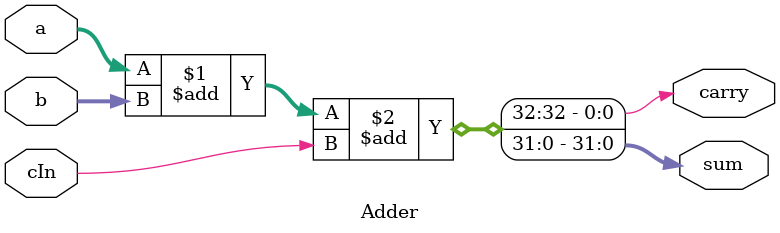
<source format=v>
`timescale 1ns / 1ps
module Adder(
    input [31:0] a,
	 input [31:0] b,
	 input cIn,
	 output [31:0] sum,
	 output carry
    );
	 
	 assign {carry, sum} = a + b + cIn;

endmodule

</source>
